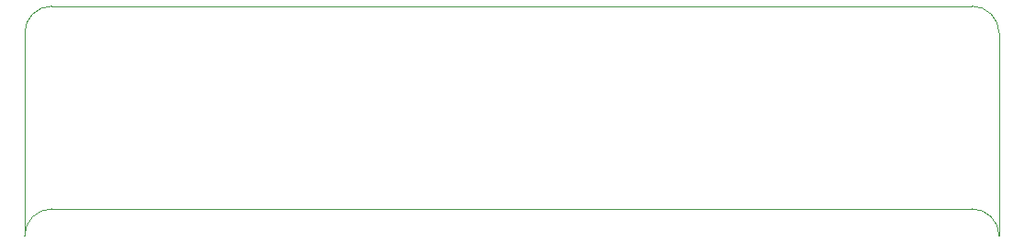
<source format=gbr>
%TF.GenerationSoftware,KiCad,Pcbnew,9.0.2*%
%TF.CreationDate,2025-07-24T17:01:52+02:00*%
%TF.ProjectId,SAO_V2,53414f5f-5632-42e6-9b69-6361645f7063,rev?*%
%TF.SameCoordinates,Original*%
%TF.FileFunction,Profile,NP*%
%FSLAX46Y46*%
G04 Gerber Fmt 4.6, Leading zero omitted, Abs format (unit mm)*
G04 Created by KiCad (PCBNEW 9.0.2) date 2025-07-24 17:01:52*
%MOMM*%
%LPD*%
G01*
G04 APERTURE LIST*
%TA.AperFunction,Profile*%
%ADD10C,0.050000*%
%TD*%
G04 APERTURE END LIST*
D10*
X40000000Y-157710000D02*
X40000000Y-138980000D01*
X127500000Y-155210000D02*
G75*
G02*
X130000000Y-157710000I0J-2500000D01*
G01*
X40000000Y-138980000D02*
G75*
G02*
X42499991Y-136482201I2497800J0D01*
G01*
X42500000Y-155210000D02*
X127500000Y-155210000D01*
X127493812Y-136480000D02*
G75*
G02*
X130000000Y-138986188I-12J-2506200D01*
G01*
X42499991Y-136482201D02*
X127493800Y-136482201D01*
X40000000Y-157710000D02*
G75*
G02*
X42500000Y-155210000I2500000J0D01*
G01*
X129999999Y-138986188D02*
X129999999Y-157710000D01*
M02*

</source>
